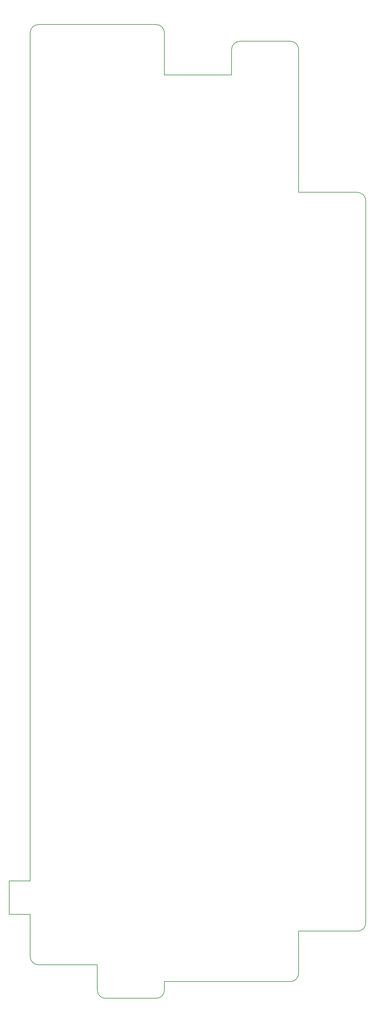
<source format=gbr>
G04 #@! TF.FileFunction,Profile,NP*
%FSLAX46Y46*%
G04 Gerber Fmt 4.6, Leading zero omitted, Abs format (unit mm)*
G04 Created by KiCad (PCBNEW 4.0.7-e2-6376~58~ubuntu16.04.1) date Thu Oct  5 22:52:59 2017*
%MOMM*%
%LPD*%
G01*
G04 APERTURE LIST*
%ADD10C,0.150000*%
G04 APERTURE END LIST*
D10*
X87415625Y-101940625D02*
X54078125Y-101940625D01*
X89796875Y-104321875D02*
G75*
G03X87415625Y-101940625I-2381250J0D01*
G01*
X89796875Y-116228125D02*
X89796875Y-104321875D01*
X108846875Y-116228125D02*
X89796875Y-116228125D01*
X108846875Y-109084375D02*
X108846875Y-116228125D01*
X111228125Y-106703125D02*
G75*
G03X108846875Y-109084375I0J-2381250D01*
G01*
X125515625Y-106703125D02*
X111228125Y-106703125D01*
X127896875Y-109084375D02*
G75*
G03X125515625Y-106703125I-2381250J0D01*
G01*
X127896875Y-149565625D02*
X127896875Y-109084375D01*
X144565625Y-149565625D02*
X127896875Y-149565625D01*
X146946875Y-151946875D02*
G75*
G03X144565625Y-149565625I-2381250J0D01*
G01*
X146946875Y-153137500D02*
X146946875Y-151946875D01*
X146946875Y-356734375D02*
X146946875Y-153137500D01*
X144565625Y-359115625D02*
G75*
G03X146946875Y-356734375I0J2381250D01*
G01*
X127896875Y-359115625D02*
X144565625Y-359115625D01*
X127896875Y-371021875D02*
X127896875Y-359115625D01*
X125515625Y-373403125D02*
G75*
G03X127896875Y-371021875I0J2381250D01*
G01*
X89796875Y-373403125D02*
X125515625Y-373403125D01*
X89796875Y-375784375D02*
X89796875Y-373403125D01*
X87415625Y-378165625D02*
G75*
G03X89796875Y-375784375I0J2381250D01*
G01*
X73128125Y-378165625D02*
X87415625Y-378165625D01*
X70746875Y-375784375D02*
G75*
G03X73128125Y-378165625I2381250J0D01*
G01*
X70746875Y-368640625D02*
X70746875Y-375784375D01*
X54078125Y-368640625D02*
X70746875Y-368640625D01*
X51696875Y-366259375D02*
G75*
G03X54078125Y-368640625I2381250J0D01*
G01*
X51696875Y-354353125D02*
X51696875Y-366259375D01*
X45743750Y-354353125D02*
X51696875Y-354353125D01*
X45743750Y-344828125D02*
X45743750Y-354353125D01*
X51696875Y-344828125D02*
X45743750Y-344828125D01*
X51696875Y-104321875D02*
X51696875Y-344828125D01*
X54078125Y-101940625D02*
G75*
G03X51696875Y-104321875I0J-2381250D01*
G01*
M02*

</source>
